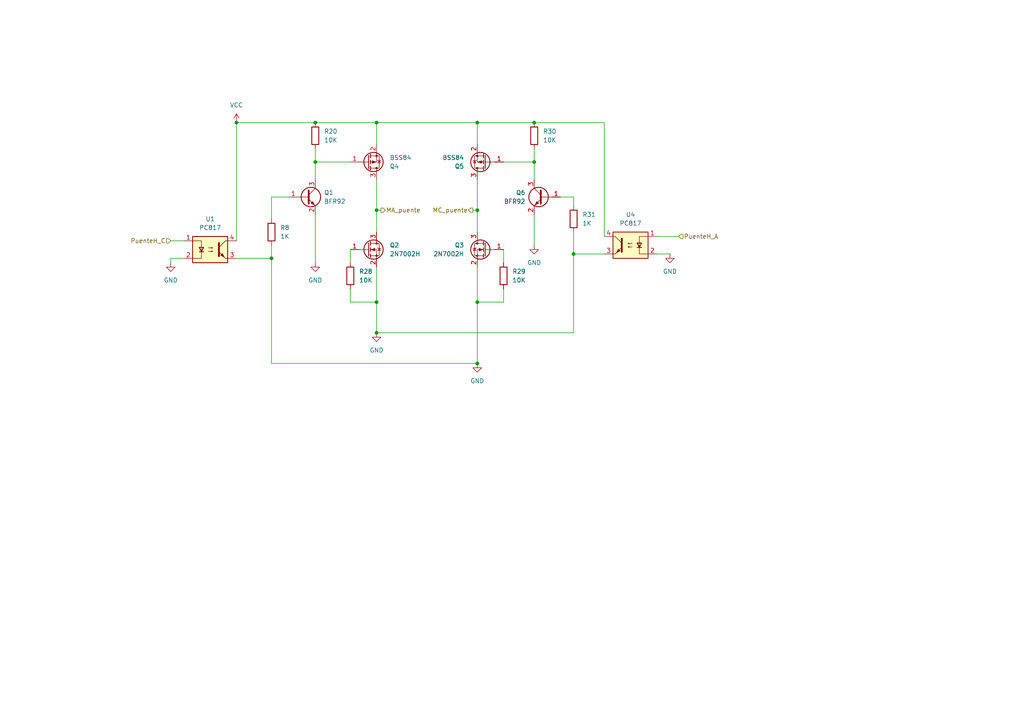
<source format=kicad_sch>
(kicad_sch
	(version 20250114)
	(generator "eeschema")
	(generator_version "9.0")
	(uuid "f60f8e2e-10b7-47d8-add0-f26129faff34")
	(paper "A4")
	(lib_symbols
		(symbol "Device:R"
			(pin_numbers
				(hide yes)
			)
			(pin_names
				(offset 0)
			)
			(exclude_from_sim no)
			(in_bom yes)
			(on_board yes)
			(property "Reference" "R"
				(at 2.032 0 90)
				(effects
					(font
						(size 1.27 1.27)
					)
				)
			)
			(property "Value" "R"
				(at 0 0 90)
				(effects
					(font
						(size 1.27 1.27)
					)
				)
			)
			(property "Footprint" ""
				(at -1.778 0 90)
				(effects
					(font
						(size 1.27 1.27)
					)
					(hide yes)
				)
			)
			(property "Datasheet" "~"
				(at 0 0 0)
				(effects
					(font
						(size 1.27 1.27)
					)
					(hide yes)
				)
			)
			(property "Description" "Resistor"
				(at 0 0 0)
				(effects
					(font
						(size 1.27 1.27)
					)
					(hide yes)
				)
			)
			(property "ki_keywords" "R res resistor"
				(at 0 0 0)
				(effects
					(font
						(size 1.27 1.27)
					)
					(hide yes)
				)
			)
			(property "ki_fp_filters" "R_*"
				(at 0 0 0)
				(effects
					(font
						(size 1.27 1.27)
					)
					(hide yes)
				)
			)
			(symbol "R_0_1"
				(rectangle
					(start -1.016 -2.54)
					(end 1.016 2.54)
					(stroke
						(width 0.254)
						(type default)
					)
					(fill
						(type none)
					)
				)
			)
			(symbol "R_1_1"
				(pin passive line
					(at 0 3.81 270)
					(length 1.27)
					(name "~"
						(effects
							(font
								(size 1.27 1.27)
							)
						)
					)
					(number "1"
						(effects
							(font
								(size 1.27 1.27)
							)
						)
					)
				)
				(pin passive line
					(at 0 -3.81 90)
					(length 1.27)
					(name "~"
						(effects
							(font
								(size 1.27 1.27)
							)
						)
					)
					(number "2"
						(effects
							(font
								(size 1.27 1.27)
							)
						)
					)
				)
			)
			(embedded_fonts no)
		)
		(symbol "Isolator:PC817"
			(pin_names
				(offset 1.016)
			)
			(exclude_from_sim no)
			(in_bom yes)
			(on_board yes)
			(property "Reference" "U"
				(at -5.08 5.08 0)
				(effects
					(font
						(size 1.27 1.27)
					)
					(justify left)
				)
			)
			(property "Value" "PC817"
				(at 0 5.08 0)
				(effects
					(font
						(size 1.27 1.27)
					)
					(justify left)
				)
			)
			(property "Footprint" "Package_DIP:DIP-4_W7.62mm"
				(at -5.08 -5.08 0)
				(effects
					(font
						(size 1.27 1.27)
						(italic yes)
					)
					(justify left)
					(hide yes)
				)
			)
			(property "Datasheet" "http://www.soselectronic.cz/a_info/resource/d/pc817.pdf"
				(at 0 0 0)
				(effects
					(font
						(size 1.27 1.27)
					)
					(justify left)
					(hide yes)
				)
			)
			(property "Description" "DC Optocoupler, Vce 35V, CTR 50-300%, DIP-4"
				(at 0 0 0)
				(effects
					(font
						(size 1.27 1.27)
					)
					(hide yes)
				)
			)
			(property "ki_keywords" "NPN DC Optocoupler"
				(at 0 0 0)
				(effects
					(font
						(size 1.27 1.27)
					)
					(hide yes)
				)
			)
			(property "ki_fp_filters" "DIP*W7.62mm*"
				(at 0 0 0)
				(effects
					(font
						(size 1.27 1.27)
					)
					(hide yes)
				)
			)
			(symbol "PC817_0_1"
				(rectangle
					(start -5.08 3.81)
					(end 5.08 -3.81)
					(stroke
						(width 0.254)
						(type default)
					)
					(fill
						(type background)
					)
				)
				(polyline
					(pts
						(xy -5.08 2.54) (xy -2.54 2.54) (xy -2.54 -0.635)
					)
					(stroke
						(width 0)
						(type default)
					)
					(fill
						(type none)
					)
				)
				(polyline
					(pts
						(xy -3.175 -0.635) (xy -1.905 -0.635)
					)
					(stroke
						(width 0.254)
						(type default)
					)
					(fill
						(type none)
					)
				)
				(polyline
					(pts
						(xy -2.54 -0.635) (xy -2.54 -2.54) (xy -5.08 -2.54)
					)
					(stroke
						(width 0)
						(type default)
					)
					(fill
						(type none)
					)
				)
				(polyline
					(pts
						(xy -2.54 -0.635) (xy -3.175 0.635) (xy -1.905 0.635) (xy -2.54 -0.635)
					)
					(stroke
						(width 0.254)
						(type default)
					)
					(fill
						(type none)
					)
				)
				(polyline
					(pts
						(xy -0.508 0.508) (xy 0.762 0.508) (xy 0.381 0.381) (xy 0.381 0.635) (xy 0.762 0.508)
					)
					(stroke
						(width 0)
						(type default)
					)
					(fill
						(type none)
					)
				)
				(polyline
					(pts
						(xy -0.508 -0.508) (xy 0.762 -0.508) (xy 0.381 -0.635) (xy 0.381 -0.381) (xy 0.762 -0.508)
					)
					(stroke
						(width 0)
						(type default)
					)
					(fill
						(type none)
					)
				)
				(polyline
					(pts
						(xy 2.54 1.905) (xy 2.54 -1.905) (xy 2.54 -1.905)
					)
					(stroke
						(width 0.508)
						(type default)
					)
					(fill
						(type none)
					)
				)
				(polyline
					(pts
						(xy 2.54 0.635) (xy 4.445 2.54)
					)
					(stroke
						(width 0)
						(type default)
					)
					(fill
						(type none)
					)
				)
				(polyline
					(pts
						(xy 3.048 -1.651) (xy 3.556 -1.143) (xy 4.064 -2.159) (xy 3.048 -1.651) (xy 3.048 -1.651)
					)
					(stroke
						(width 0)
						(type default)
					)
					(fill
						(type outline)
					)
				)
				(polyline
					(pts
						(xy 4.445 2.54) (xy 5.08 2.54)
					)
					(stroke
						(width 0)
						(type default)
					)
					(fill
						(type none)
					)
				)
				(polyline
					(pts
						(xy 4.445 -2.54) (xy 2.54 -0.635)
					)
					(stroke
						(width 0)
						(type default)
					)
					(fill
						(type outline)
					)
				)
				(polyline
					(pts
						(xy 4.445 -2.54) (xy 5.08 -2.54)
					)
					(stroke
						(width 0)
						(type default)
					)
					(fill
						(type none)
					)
				)
			)
			(symbol "PC817_1_1"
				(pin passive line
					(at -7.62 2.54 0)
					(length 2.54)
					(name "~"
						(effects
							(font
								(size 1.27 1.27)
							)
						)
					)
					(number "1"
						(effects
							(font
								(size 1.27 1.27)
							)
						)
					)
				)
				(pin passive line
					(at -7.62 -2.54 0)
					(length 2.54)
					(name "~"
						(effects
							(font
								(size 1.27 1.27)
							)
						)
					)
					(number "2"
						(effects
							(font
								(size 1.27 1.27)
							)
						)
					)
				)
				(pin passive line
					(at 7.62 2.54 180)
					(length 2.54)
					(name "~"
						(effects
							(font
								(size 1.27 1.27)
							)
						)
					)
					(number "4"
						(effects
							(font
								(size 1.27 1.27)
							)
						)
					)
				)
				(pin passive line
					(at 7.62 -2.54 180)
					(length 2.54)
					(name "~"
						(effects
							(font
								(size 1.27 1.27)
							)
						)
					)
					(number "3"
						(effects
							(font
								(size 1.27 1.27)
							)
						)
					)
				)
			)
			(embedded_fonts no)
		)
		(symbol "Transistor_BJT:BFR92"
			(pin_names
				(offset 0)
				(hide yes)
			)
			(exclude_from_sim no)
			(in_bom yes)
			(on_board yes)
			(property "Reference" "Q"
				(at 5.08 1.905 0)
				(effects
					(font
						(size 1.27 1.27)
					)
					(justify left)
				)
			)
			(property "Value" "BFR92"
				(at 5.08 0 0)
				(effects
					(font
						(size 1.27 1.27)
					)
					(justify left)
				)
			)
			(property "Footprint" "Package_TO_SOT_SMD:SOT-323_SC-70"
				(at 5.08 -1.905 0)
				(effects
					(font
						(size 1.27 1.27)
						(italic yes)
					)
					(justify left)
					(hide yes)
				)
			)
			(property "Datasheet" "https://assets.nexperia.com/documents/data-sheet/BFR92A_N.pdf"
				(at 0 0 0)
				(effects
					(font
						(size 1.27 1.27)
					)
					(justify left)
					(hide yes)
				)
			)
			(property "Description" "0.025A Ic, 15V Vce, 5GHz Wideband NPN Transistor, SOT-323"
				(at 0 0 0)
				(effects
					(font
						(size 1.27 1.27)
					)
					(hide yes)
				)
			)
			(property "ki_keywords" "RF 5GHz NPN Transistor"
				(at 0 0 0)
				(effects
					(font
						(size 1.27 1.27)
					)
					(hide yes)
				)
			)
			(property "ki_fp_filters" "SOT?323*"
				(at 0 0 0)
				(effects
					(font
						(size 1.27 1.27)
					)
					(hide yes)
				)
			)
			(symbol "BFR92_0_1"
				(polyline
					(pts
						(xy -2.54 0) (xy 0.635 0)
					)
					(stroke
						(width 0)
						(type default)
					)
					(fill
						(type none)
					)
				)
				(polyline
					(pts
						(xy 0.635 1.905) (xy 0.635 -1.905)
					)
					(stroke
						(width 0.508)
						(type default)
					)
					(fill
						(type none)
					)
				)
				(circle
					(center 1.27 0)
					(radius 2.8194)
					(stroke
						(width 0.254)
						(type default)
					)
					(fill
						(type none)
					)
				)
			)
			(symbol "BFR92_1_1"
				(polyline
					(pts
						(xy 0.635 0.635) (xy 2.54 2.54)
					)
					(stroke
						(width 0)
						(type default)
					)
					(fill
						(type none)
					)
				)
				(polyline
					(pts
						(xy 0.635 -0.635) (xy 2.54 -2.54)
					)
					(stroke
						(width 0)
						(type default)
					)
					(fill
						(type none)
					)
				)
				(polyline
					(pts
						(xy 1.27 -1.778) (xy 1.778 -1.27) (xy 2.286 -2.286) (xy 1.27 -1.778)
					)
					(stroke
						(width 0)
						(type default)
					)
					(fill
						(type outline)
					)
				)
				(pin input line
					(at -5.08 0 0)
					(length 2.54)
					(name "B"
						(effects
							(font
								(size 1.27 1.27)
							)
						)
					)
					(number "1"
						(effects
							(font
								(size 1.27 1.27)
							)
						)
					)
				)
				(pin passive line
					(at 2.54 5.08 270)
					(length 2.54)
					(name "C"
						(effects
							(font
								(size 1.27 1.27)
							)
						)
					)
					(number "3"
						(effects
							(font
								(size 1.27 1.27)
							)
						)
					)
				)
				(pin passive line
					(at 2.54 -5.08 90)
					(length 2.54)
					(name "E"
						(effects
							(font
								(size 1.27 1.27)
							)
						)
					)
					(number "2"
						(effects
							(font
								(size 1.27 1.27)
							)
						)
					)
				)
			)
			(embedded_fonts no)
		)
		(symbol "Transistor_FET:2N7002H"
			(pin_names
				(hide yes)
			)
			(exclude_from_sim no)
			(in_bom yes)
			(on_board yes)
			(property "Reference" "Q"
				(at 5.08 1.905 0)
				(effects
					(font
						(size 1.27 1.27)
					)
					(justify left)
				)
			)
			(property "Value" "2N7002H"
				(at 5.08 0 0)
				(effects
					(font
						(size 1.27 1.27)
					)
					(justify left)
				)
			)
			(property "Footprint" "Package_TO_SOT_SMD:SOT-23"
				(at 5.08 -1.905 0)
				(effects
					(font
						(size 1.27 1.27)
						(italic yes)
					)
					(justify left)
					(hide yes)
				)
			)
			(property "Datasheet" "http://www.diodes.com/assets/Datasheets/2N7002H.pdf"
				(at 5.08 -3.81 0)
				(effects
					(font
						(size 1.27 1.27)
					)
					(justify left)
					(hide yes)
				)
			)
			(property "Description" "0.21A Id, 60V Vds, N-Channel MOSFET, SOT-23"
				(at 0 0 0)
				(effects
					(font
						(size 1.27 1.27)
					)
					(hide yes)
				)
			)
			(property "ki_keywords" "N-Channel MOSFET"
				(at 0 0 0)
				(effects
					(font
						(size 1.27 1.27)
					)
					(hide yes)
				)
			)
			(property "ki_fp_filters" "SOT?23*"
				(at 0 0 0)
				(effects
					(font
						(size 1.27 1.27)
					)
					(hide yes)
				)
			)
			(symbol "2N7002H_0_1"
				(polyline
					(pts
						(xy 0.254 1.905) (xy 0.254 -1.905)
					)
					(stroke
						(width 0.254)
						(type default)
					)
					(fill
						(type none)
					)
				)
				(polyline
					(pts
						(xy 0.254 0) (xy -2.54 0)
					)
					(stroke
						(width 0)
						(type default)
					)
					(fill
						(type none)
					)
				)
				(polyline
					(pts
						(xy 0.762 2.286) (xy 0.762 1.27)
					)
					(stroke
						(width 0.254)
						(type default)
					)
					(fill
						(type none)
					)
				)
				(polyline
					(pts
						(xy 0.762 0.508) (xy 0.762 -0.508)
					)
					(stroke
						(width 0.254)
						(type default)
					)
					(fill
						(type none)
					)
				)
				(polyline
					(pts
						(xy 0.762 -1.27) (xy 0.762 -2.286)
					)
					(stroke
						(width 0.254)
						(type default)
					)
					(fill
						(type none)
					)
				)
				(polyline
					(pts
						(xy 0.762 -1.778) (xy 3.302 -1.778) (xy 3.302 1.778) (xy 0.762 1.778)
					)
					(stroke
						(width 0)
						(type default)
					)
					(fill
						(type none)
					)
				)
				(polyline
					(pts
						(xy 1.016 0) (xy 2.032 0.381) (xy 2.032 -0.381) (xy 1.016 0)
					)
					(stroke
						(width 0)
						(type default)
					)
					(fill
						(type outline)
					)
				)
				(circle
					(center 1.651 0)
					(radius 2.794)
					(stroke
						(width 0.254)
						(type default)
					)
					(fill
						(type none)
					)
				)
				(polyline
					(pts
						(xy 2.54 2.54) (xy 2.54 1.778)
					)
					(stroke
						(width 0)
						(type default)
					)
					(fill
						(type none)
					)
				)
				(circle
					(center 2.54 1.778)
					(radius 0.254)
					(stroke
						(width 0)
						(type default)
					)
					(fill
						(type outline)
					)
				)
				(circle
					(center 2.54 -1.778)
					(radius 0.254)
					(stroke
						(width 0)
						(type default)
					)
					(fill
						(type outline)
					)
				)
				(polyline
					(pts
						(xy 2.54 -2.54) (xy 2.54 0) (xy 0.762 0)
					)
					(stroke
						(width 0)
						(type default)
					)
					(fill
						(type none)
					)
				)
				(polyline
					(pts
						(xy 2.794 0.508) (xy 2.921 0.381) (xy 3.683 0.381) (xy 3.81 0.254)
					)
					(stroke
						(width 0)
						(type default)
					)
					(fill
						(type none)
					)
				)
				(polyline
					(pts
						(xy 3.302 0.381) (xy 2.921 -0.254) (xy 3.683 -0.254) (xy 3.302 0.381)
					)
					(stroke
						(width 0)
						(type default)
					)
					(fill
						(type none)
					)
				)
			)
			(symbol "2N7002H_1_1"
				(pin input line
					(at -5.08 0 0)
					(length 2.54)
					(name "G"
						(effects
							(font
								(size 1.27 1.27)
							)
						)
					)
					(number "1"
						(effects
							(font
								(size 1.27 1.27)
							)
						)
					)
				)
				(pin passive line
					(at 2.54 5.08 270)
					(length 2.54)
					(name "D"
						(effects
							(font
								(size 1.27 1.27)
							)
						)
					)
					(number "3"
						(effects
							(font
								(size 1.27 1.27)
							)
						)
					)
				)
				(pin passive line
					(at 2.54 -5.08 90)
					(length 2.54)
					(name "S"
						(effects
							(font
								(size 1.27 1.27)
							)
						)
					)
					(number "2"
						(effects
							(font
								(size 1.27 1.27)
							)
						)
					)
				)
			)
			(embedded_fonts no)
		)
		(symbol "Transistor_FET:BSS84"
			(pin_names
				(hide yes)
			)
			(exclude_from_sim no)
			(in_bom yes)
			(on_board yes)
			(property "Reference" "Q"
				(at 5.08 1.905 0)
				(effects
					(font
						(size 1.27 1.27)
					)
					(justify left)
				)
			)
			(property "Value" "BSS84"
				(at 5.08 0 0)
				(effects
					(font
						(size 1.27 1.27)
					)
					(justify left)
				)
			)
			(property "Footprint" "Package_TO_SOT_SMD:SOT-23"
				(at 5.08 -1.905 0)
				(effects
					(font
						(size 1.27 1.27)
						(italic yes)
					)
					(justify left)
					(hide yes)
				)
			)
			(property "Datasheet" "http://assets.nexperia.com/documents/data-sheet/BSS84.pdf"
				(at 5.08 -3.81 0)
				(effects
					(font
						(size 1.27 1.27)
					)
					(justify left)
					(hide yes)
				)
			)
			(property "Description" "-0.13A Id, -50V Vds, P-Channel MOSFET, SOT-23"
				(at 0 0 0)
				(effects
					(font
						(size 1.27 1.27)
					)
					(hide yes)
				)
			)
			(property "ki_keywords" "P-Channel MOSFET"
				(at 0 0 0)
				(effects
					(font
						(size 1.27 1.27)
					)
					(hide yes)
				)
			)
			(property "ki_fp_filters" "SOT?23*"
				(at 0 0 0)
				(effects
					(font
						(size 1.27 1.27)
					)
					(hide yes)
				)
			)
			(symbol "BSS84_0_1"
				(polyline
					(pts
						(xy 0.254 1.905) (xy 0.254 -1.905)
					)
					(stroke
						(width 0.254)
						(type default)
					)
					(fill
						(type none)
					)
				)
				(polyline
					(pts
						(xy 0.254 0) (xy -2.54 0)
					)
					(stroke
						(width 0)
						(type default)
					)
					(fill
						(type none)
					)
				)
				(polyline
					(pts
						(xy 0.762 2.286) (xy 0.762 1.27)
					)
					(stroke
						(width 0.254)
						(type default)
					)
					(fill
						(type none)
					)
				)
				(polyline
					(pts
						(xy 0.762 1.778) (xy 3.302 1.778) (xy 3.302 -1.778) (xy 0.762 -1.778)
					)
					(stroke
						(width 0)
						(type default)
					)
					(fill
						(type none)
					)
				)
				(polyline
					(pts
						(xy 0.762 0.508) (xy 0.762 -0.508)
					)
					(stroke
						(width 0.254)
						(type default)
					)
					(fill
						(type none)
					)
				)
				(polyline
					(pts
						(xy 0.762 -1.27) (xy 0.762 -2.286)
					)
					(stroke
						(width 0.254)
						(type default)
					)
					(fill
						(type none)
					)
				)
				(circle
					(center 1.651 0)
					(radius 2.794)
					(stroke
						(width 0.254)
						(type default)
					)
					(fill
						(type none)
					)
				)
				(polyline
					(pts
						(xy 2.286 0) (xy 1.27 0.381) (xy 1.27 -0.381) (xy 2.286 0)
					)
					(stroke
						(width 0)
						(type default)
					)
					(fill
						(type outline)
					)
				)
				(polyline
					(pts
						(xy 2.54 2.54) (xy 2.54 1.778)
					)
					(stroke
						(width 0)
						(type default)
					)
					(fill
						(type none)
					)
				)
				(circle
					(center 2.54 1.778)
					(radius 0.254)
					(stroke
						(width 0)
						(type default)
					)
					(fill
						(type outline)
					)
				)
				(circle
					(center 2.54 -1.778)
					(radius 0.254)
					(stroke
						(width 0)
						(type default)
					)
					(fill
						(type outline)
					)
				)
				(polyline
					(pts
						(xy 2.54 -2.54) (xy 2.54 0) (xy 0.762 0)
					)
					(stroke
						(width 0)
						(type default)
					)
					(fill
						(type none)
					)
				)
				(polyline
					(pts
						(xy 2.794 -0.508) (xy 2.921 -0.381) (xy 3.683 -0.381) (xy 3.81 -0.254)
					)
					(stroke
						(width 0)
						(type default)
					)
					(fill
						(type none)
					)
				)
				(polyline
					(pts
						(xy 3.302 -0.381) (xy 2.921 0.254) (xy 3.683 0.254) (xy 3.302 -0.381)
					)
					(stroke
						(width 0)
						(type default)
					)
					(fill
						(type none)
					)
				)
			)
			(symbol "BSS84_1_1"
				(pin input line
					(at -5.08 0 0)
					(length 2.54)
					(name "G"
						(effects
							(font
								(size 1.27 1.27)
							)
						)
					)
					(number "1"
						(effects
							(font
								(size 1.27 1.27)
							)
						)
					)
				)
				(pin passive line
					(at 2.54 5.08 270)
					(length 2.54)
					(name "D"
						(effects
							(font
								(size 1.27 1.27)
							)
						)
					)
					(number "3"
						(effects
							(font
								(size 1.27 1.27)
							)
						)
					)
				)
				(pin passive line
					(at 2.54 -5.08 90)
					(length 2.54)
					(name "S"
						(effects
							(font
								(size 1.27 1.27)
							)
						)
					)
					(number "2"
						(effects
							(font
								(size 1.27 1.27)
							)
						)
					)
				)
			)
			(embedded_fonts no)
		)
		(symbol "power:GND"
			(power)
			(pin_numbers
				(hide yes)
			)
			(pin_names
				(offset 0)
				(hide yes)
			)
			(exclude_from_sim no)
			(in_bom yes)
			(on_board yes)
			(property "Reference" "#PWR"
				(at 0 -6.35 0)
				(effects
					(font
						(size 1.27 1.27)
					)
					(hide yes)
				)
			)
			(property "Value" "GND"
				(at 0 -3.81 0)
				(effects
					(font
						(size 1.27 1.27)
					)
				)
			)
			(property "Footprint" ""
				(at 0 0 0)
				(effects
					(font
						(size 1.27 1.27)
					)
					(hide yes)
				)
			)
			(property "Datasheet" ""
				(at 0 0 0)
				(effects
					(font
						(size 1.27 1.27)
					)
					(hide yes)
				)
			)
			(property "Description" "Power symbol creates a global label with name \"GND\" , ground"
				(at 0 0 0)
				(effects
					(font
						(size 1.27 1.27)
					)
					(hide yes)
				)
			)
			(property "ki_keywords" "global power"
				(at 0 0 0)
				(effects
					(font
						(size 1.27 1.27)
					)
					(hide yes)
				)
			)
			(symbol "GND_0_1"
				(polyline
					(pts
						(xy 0 0) (xy 0 -1.27) (xy 1.27 -1.27) (xy 0 -2.54) (xy -1.27 -1.27) (xy 0 -1.27)
					)
					(stroke
						(width 0)
						(type default)
					)
					(fill
						(type none)
					)
				)
			)
			(symbol "GND_1_1"
				(pin power_in line
					(at 0 0 270)
					(length 0)
					(name "~"
						(effects
							(font
								(size 1.27 1.27)
							)
						)
					)
					(number "1"
						(effects
							(font
								(size 1.27 1.27)
							)
						)
					)
				)
			)
			(embedded_fonts no)
		)
		(symbol "power:VCC"
			(power)
			(pin_numbers
				(hide yes)
			)
			(pin_names
				(offset 0)
				(hide yes)
			)
			(exclude_from_sim no)
			(in_bom yes)
			(on_board yes)
			(property "Reference" "#PWR"
				(at 0 -3.81 0)
				(effects
					(font
						(size 1.27 1.27)
					)
					(hide yes)
				)
			)
			(property "Value" "VCC"
				(at 0 3.556 0)
				(effects
					(font
						(size 1.27 1.27)
					)
				)
			)
			(property "Footprint" ""
				(at 0 0 0)
				(effects
					(font
						(size 1.27 1.27)
					)
					(hide yes)
				)
			)
			(property "Datasheet" ""
				(at 0 0 0)
				(effects
					(font
						(size 1.27 1.27)
					)
					(hide yes)
				)
			)
			(property "Description" "Power symbol creates a global label with name \"VCC\""
				(at 0 0 0)
				(effects
					(font
						(size 1.27 1.27)
					)
					(hide yes)
				)
			)
			(property "ki_keywords" "global power"
				(at 0 0 0)
				(effects
					(font
						(size 1.27 1.27)
					)
					(hide yes)
				)
			)
			(symbol "VCC_0_1"
				(polyline
					(pts
						(xy -0.762 1.27) (xy 0 2.54)
					)
					(stroke
						(width 0)
						(type default)
					)
					(fill
						(type none)
					)
				)
				(polyline
					(pts
						(xy 0 2.54) (xy 0.762 1.27)
					)
					(stroke
						(width 0)
						(type default)
					)
					(fill
						(type none)
					)
				)
				(polyline
					(pts
						(xy 0 0) (xy 0 2.54)
					)
					(stroke
						(width 0)
						(type default)
					)
					(fill
						(type none)
					)
				)
			)
			(symbol "VCC_1_1"
				(pin power_in line
					(at 0 0 90)
					(length 0)
					(name "~"
						(effects
							(font
								(size 1.27 1.27)
							)
						)
					)
					(number "1"
						(effects
							(font
								(size 1.27 1.27)
							)
						)
					)
				)
			)
			(embedded_fonts no)
		)
	)
	(junction
		(at 138.43 35.56)
		(diameter 0)
		(color 0 0 0 0)
		(uuid "0b29df11-a702-4685-a121-99ff257c1ae0")
	)
	(junction
		(at 109.22 35.56)
		(diameter 0)
		(color 0 0 0 0)
		(uuid "14bd32dd-e04c-49da-917e-c07b5263714e")
	)
	(junction
		(at 166.37 73.66)
		(diameter 0)
		(color 0 0 0 0)
		(uuid "1792eb2e-fc09-4eea-9704-c17aad381213")
	)
	(junction
		(at 154.94 46.99)
		(diameter 0)
		(color 0 0 0 0)
		(uuid "19a405b0-eb83-480f-8a61-b3db1c397118")
	)
	(junction
		(at 138.43 105.41)
		(diameter 0)
		(color 0 0 0 0)
		(uuid "2b641943-b5a1-47a3-bf3a-8ef33441d40e")
	)
	(junction
		(at 91.44 35.56)
		(diameter 0)
		(color 0 0 0 0)
		(uuid "2d0ee4e5-457b-45f8-93c6-2d4ed384ede6")
	)
	(junction
		(at 91.44 46.99)
		(diameter 0)
		(color 0 0 0 0)
		(uuid "310ff370-1cc9-4046-93bc-192b7c6d9803")
	)
	(junction
		(at 138.43 87.63)
		(diameter 0)
		(color 0 0 0 0)
		(uuid "451822fc-7fe4-4e64-b5bb-3cddd1a40857")
	)
	(junction
		(at 138.43 60.96)
		(diameter 0)
		(color 0 0 0 0)
		(uuid "47c00ca6-90ef-4082-893a-d9df82e360c7")
	)
	(junction
		(at 68.58 35.56)
		(diameter 0)
		(color 0 0 0 0)
		(uuid "6ccdefb4-8723-43dd-9291-9f663bc8757f")
	)
	(junction
		(at 109.22 96.52)
		(diameter 0)
		(color 0 0 0 0)
		(uuid "9bd12e30-a0dc-4078-8db4-f609e939b27a")
	)
	(junction
		(at 154.94 35.56)
		(diameter 0)
		(color 0 0 0 0)
		(uuid "ba1487b4-8291-404c-abf7-e8b0c00025f5")
	)
	(junction
		(at 109.22 87.63)
		(diameter 0)
		(color 0 0 0 0)
		(uuid "bc73bd7c-780e-4db7-b5ac-b01fbe60de66")
	)
	(junction
		(at 78.74 74.93)
		(diameter 0)
		(color 0 0 0 0)
		(uuid "e6f61f61-054c-4aad-9f52-4b906202603e")
	)
	(junction
		(at 109.22 60.96)
		(diameter 0)
		(color 0 0 0 0)
		(uuid "f5e277b1-8e0f-442d-a529-a647ddaaceac")
	)
	(wire
		(pts
			(xy 166.37 73.66) (xy 166.37 67.31)
		)
		(stroke
			(width 0)
			(type default)
		)
		(uuid "032b2c59-7f73-43ac-a0fc-4c878c29bf5c")
	)
	(wire
		(pts
			(xy 138.43 41.91) (xy 138.43 35.56)
		)
		(stroke
			(width 0)
			(type default)
		)
		(uuid "12111463-cb45-4ec1-8f50-ff7e7517662e")
	)
	(wire
		(pts
			(xy 175.26 68.58) (xy 175.26 35.56)
		)
		(stroke
			(width 0)
			(type default)
		)
		(uuid "148f2cfb-c1a2-4ec6-aab7-d9094fca3d11")
	)
	(wire
		(pts
			(xy 154.94 43.18) (xy 154.94 46.99)
		)
		(stroke
			(width 0)
			(type default)
		)
		(uuid "16d2760d-5fd2-490f-b106-85ed47fc408d")
	)
	(wire
		(pts
			(xy 109.22 96.52) (xy 166.37 96.52)
		)
		(stroke
			(width 0)
			(type default)
		)
		(uuid "17215bec-10f3-411d-b94b-8e916f05cf6f")
	)
	(wire
		(pts
			(xy 138.43 52.07) (xy 138.43 60.96)
		)
		(stroke
			(width 0)
			(type default)
		)
		(uuid "1a2c8bd7-6e76-488b-97a2-ee58df7b1b5d")
	)
	(wire
		(pts
			(xy 138.43 87.63) (xy 138.43 105.41)
		)
		(stroke
			(width 0)
			(type default)
		)
		(uuid "21d6d82f-0732-4df2-ae12-d45335b9b661")
	)
	(wire
		(pts
			(xy 109.22 35.56) (xy 138.43 35.56)
		)
		(stroke
			(width 0)
			(type default)
		)
		(uuid "25c0ae4d-b003-4426-9599-4239c2c7f838")
	)
	(wire
		(pts
			(xy 146.05 87.63) (xy 138.43 87.63)
		)
		(stroke
			(width 0)
			(type default)
		)
		(uuid "2abd89d7-9036-4cef-8a5c-b6e927663959")
	)
	(wire
		(pts
			(xy 138.43 105.41) (xy 78.74 105.41)
		)
		(stroke
			(width 0)
			(type default)
		)
		(uuid "2e0dfb60-d3d2-4fb6-8ef6-e919d2fe5b5d")
	)
	(wire
		(pts
			(xy 146.05 76.2) (xy 146.05 72.39)
		)
		(stroke
			(width 0)
			(type default)
		)
		(uuid "2f5cd1fb-988b-473a-8f1e-445b36945b14")
	)
	(wire
		(pts
			(xy 53.34 74.93) (xy 49.53 74.93)
		)
		(stroke
			(width 0)
			(type default)
		)
		(uuid "35e300bd-235c-4187-b01a-27ec68a613ff")
	)
	(wire
		(pts
			(xy 109.22 35.56) (xy 91.44 35.56)
		)
		(stroke
			(width 0)
			(type default)
		)
		(uuid "3a93848e-37ed-43e8-81a9-831d7e87eeaa")
	)
	(wire
		(pts
			(xy 101.6 76.2) (xy 101.6 72.39)
		)
		(stroke
			(width 0)
			(type default)
		)
		(uuid "3c8a8c6c-4ff7-413c-a762-149cecd4b028")
	)
	(wire
		(pts
			(xy 166.37 59.69) (xy 166.37 57.15)
		)
		(stroke
			(width 0)
			(type default)
		)
		(uuid "4567a41a-c6f6-4533-a232-05498b277358")
	)
	(wire
		(pts
			(xy 166.37 96.52) (xy 166.37 73.66)
		)
		(stroke
			(width 0)
			(type default)
		)
		(uuid "46cb783d-1b87-4522-9d55-750e43a34d44")
	)
	(wire
		(pts
			(xy 78.74 71.12) (xy 78.74 74.93)
		)
		(stroke
			(width 0)
			(type default)
		)
		(uuid "496a9eb8-23e2-4ca4-9fc7-ab2d284c8add")
	)
	(wire
		(pts
			(xy 78.74 105.41) (xy 78.74 74.93)
		)
		(stroke
			(width 0)
			(type default)
		)
		(uuid "4d19b9fd-48b2-41fa-8bc2-c7d35372d65c")
	)
	(wire
		(pts
			(xy 91.44 62.23) (xy 91.44 76.2)
		)
		(stroke
			(width 0)
			(type default)
		)
		(uuid "53a713c5-f821-43ed-b7ce-94b8d731c74b")
	)
	(wire
		(pts
			(xy 68.58 35.56) (xy 91.44 35.56)
		)
		(stroke
			(width 0)
			(type default)
		)
		(uuid "540a749a-67c9-4ba5-aa4d-2606927f2dbe")
	)
	(wire
		(pts
			(xy 146.05 83.82) (xy 146.05 87.63)
		)
		(stroke
			(width 0)
			(type default)
		)
		(uuid "5e5df8b5-93aa-44d2-9e22-07e59700e035")
	)
	(wire
		(pts
			(xy 175.26 35.56) (xy 154.94 35.56)
		)
		(stroke
			(width 0)
			(type default)
		)
		(uuid "62b12467-ec30-4da2-853c-7db99d1ca86c")
	)
	(wire
		(pts
			(xy 68.58 69.85) (xy 68.58 35.56)
		)
		(stroke
			(width 0)
			(type default)
		)
		(uuid "68fdedf7-0bad-47c9-9217-e4eb267c00de")
	)
	(wire
		(pts
			(xy 137.16 60.96) (xy 138.43 60.96)
		)
		(stroke
			(width 0)
			(type default)
		)
		(uuid "6943c3e0-4631-4b4e-bb35-11e081208b7c")
	)
	(wire
		(pts
			(xy 138.43 60.96) (xy 138.43 67.31)
		)
		(stroke
			(width 0)
			(type default)
		)
		(uuid "6efda70f-46c6-4872-9301-c9f2e2166875")
	)
	(wire
		(pts
			(xy 91.44 46.99) (xy 91.44 52.07)
		)
		(stroke
			(width 0)
			(type default)
		)
		(uuid "784b69a5-51a3-4168-ab6d-5294bfa292f3")
	)
	(wire
		(pts
			(xy 154.94 62.23) (xy 154.94 71.12)
		)
		(stroke
			(width 0)
			(type default)
		)
		(uuid "79ec3601-d360-4379-81d1-fcf60eff48f3")
	)
	(wire
		(pts
			(xy 91.44 43.18) (xy 91.44 46.99)
		)
		(stroke
			(width 0)
			(type default)
		)
		(uuid "7e9b74ea-ef53-4d82-8a88-07e5f1a77db5")
	)
	(wire
		(pts
			(xy 49.53 74.93) (xy 49.53 76.2)
		)
		(stroke
			(width 0)
			(type default)
		)
		(uuid "802a1205-e397-45cb-a55f-9a40984f6c50")
	)
	(wire
		(pts
			(xy 138.43 77.47) (xy 138.43 87.63)
		)
		(stroke
			(width 0)
			(type default)
		)
		(uuid "88defd30-8995-4f41-9e23-8f5a22a4daf7")
	)
	(wire
		(pts
			(xy 175.26 73.66) (xy 166.37 73.66)
		)
		(stroke
			(width 0)
			(type default)
		)
		(uuid "8c02956c-dab1-4190-af6a-072d10c9d914")
	)
	(wire
		(pts
			(xy 109.22 52.07) (xy 109.22 60.96)
		)
		(stroke
			(width 0)
			(type default)
		)
		(uuid "9e79bb98-c8be-4bc9-a980-083840e86e7b")
	)
	(wire
		(pts
			(xy 78.74 57.15) (xy 78.74 63.5)
		)
		(stroke
			(width 0)
			(type default)
		)
		(uuid "9f02d08e-6005-4208-a043-c538d09d6c92")
	)
	(wire
		(pts
			(xy 138.43 35.56) (xy 154.94 35.56)
		)
		(stroke
			(width 0)
			(type default)
		)
		(uuid "a6538753-11cc-43a7-a5f7-96949cbd2dac")
	)
	(wire
		(pts
			(xy 190.5 68.58) (xy 196.85 68.58)
		)
		(stroke
			(width 0)
			(type default)
		)
		(uuid "aa9beb7d-87e5-4057-a4fd-c9c8d9ef99a6")
	)
	(wire
		(pts
			(xy 101.6 46.99) (xy 91.44 46.99)
		)
		(stroke
			(width 0)
			(type default)
		)
		(uuid "ac0e84a2-7f4d-4baa-b8b0-aa0ad6e107c2")
	)
	(wire
		(pts
			(xy 109.22 41.91) (xy 109.22 35.56)
		)
		(stroke
			(width 0)
			(type default)
		)
		(uuid "aff7f44e-317d-48a2-8ef2-a273c5017b28")
	)
	(wire
		(pts
			(xy 109.22 77.47) (xy 109.22 87.63)
		)
		(stroke
			(width 0)
			(type default)
		)
		(uuid "b34264e9-6ec1-4ea9-91a8-b179b61f3a30")
	)
	(wire
		(pts
			(xy 101.6 87.63) (xy 109.22 87.63)
		)
		(stroke
			(width 0)
			(type default)
		)
		(uuid "bca61fd1-ba61-4813-8f63-88435dbe5f12")
	)
	(wire
		(pts
			(xy 190.5 73.66) (xy 194.31 73.66)
		)
		(stroke
			(width 0)
			(type default)
		)
		(uuid "c3925616-7016-4c0b-ae8e-44720e44ab78")
	)
	(wire
		(pts
			(xy 83.82 57.15) (xy 78.74 57.15)
		)
		(stroke
			(width 0)
			(type default)
		)
		(uuid "c91524c4-d83c-4949-8c59-48ce6243b465")
	)
	(wire
		(pts
			(xy 109.22 87.63) (xy 109.22 96.52)
		)
		(stroke
			(width 0)
			(type default)
		)
		(uuid "d0e03d6e-b77d-4a71-9305-a17ba0228e68")
	)
	(wire
		(pts
			(xy 154.94 46.99) (xy 146.05 46.99)
		)
		(stroke
			(width 0)
			(type default)
		)
		(uuid "d2b79a44-afed-45e0-8aa3-cd20f18b3ab3")
	)
	(wire
		(pts
			(xy 109.22 60.96) (xy 109.22 67.31)
		)
		(stroke
			(width 0)
			(type default)
		)
		(uuid "d7fa102a-2155-4514-afcc-f0b89b18d033")
	)
	(wire
		(pts
			(xy 154.94 46.99) (xy 154.94 52.07)
		)
		(stroke
			(width 0)
			(type default)
		)
		(uuid "e090b882-d48a-49c7-bd7c-f9d3a98b63c8")
	)
	(wire
		(pts
			(xy 109.22 60.96) (xy 110.49 60.96)
		)
		(stroke
			(width 0)
			(type default)
		)
		(uuid "e86f23e8-2e95-47ee-af43-d1ea0b97717b")
	)
	(wire
		(pts
			(xy 49.53 69.85) (xy 53.34 69.85)
		)
		(stroke
			(width 0)
			(type default)
		)
		(uuid "f4d434c0-8947-4eac-bbfd-854fbbd4094f")
	)
	(wire
		(pts
			(xy 101.6 83.82) (xy 101.6 87.63)
		)
		(stroke
			(width 0)
			(type default)
		)
		(uuid "f4ffb9b5-5254-41b8-aa1b-baf294afd5f5")
	)
	(wire
		(pts
			(xy 78.74 74.93) (xy 68.58 74.93)
		)
		(stroke
			(width 0)
			(type default)
		)
		(uuid "f528fd9d-b79d-447d-a162-e4fa0cc98cc1")
	)
	(wire
		(pts
			(xy 166.37 57.15) (xy 162.56 57.15)
		)
		(stroke
			(width 0)
			(type default)
		)
		(uuid "ffeee4f1-d98a-4df0-83eb-9730a8228aea")
	)
	(hierarchical_label "PuenteH_A"
		(shape input)
		(at 196.85 68.58 0)
		(effects
			(font
				(size 1.27 1.27)
			)
			(justify left)
		)
		(uuid "008f1e51-e4b1-460a-98c9-368fbc71f8a9")
	)
	(hierarchical_label "PuenteH_C"
		(shape input)
		(at 49.53 69.85 180)
		(effects
			(font
				(size 1.27 1.27)
			)
			(justify right)
		)
		(uuid "0c15a637-2f51-4f10-b24f-c10a9c143c71")
	)
	(hierarchical_label "MC_puente"
		(shape output)
		(at 137.16 60.96 180)
		(effects
			(font
				(size 1.27 1.27)
			)
			(justify right)
		)
		(uuid "5d0cf076-78b3-446c-9128-55c95cb1fd2b")
	)
	(hierarchical_label "MA_puente"
		(shape output)
		(at 110.49 60.96 0)
		(effects
			(font
				(size 1.27 1.27)
			)
			(justify left)
		)
		(uuid "a7fbd3d6-d150-41a7-a0d3-8c0b9ebf7845")
	)
	(symbol
		(lib_id "Transistor_FET:2N7002H")
		(at 140.97 72.39 0)
		(mirror y)
		(unit 1)
		(exclude_from_sim no)
		(in_bom yes)
		(on_board yes)
		(dnp no)
		(uuid "05af25b6-360b-4664-9a05-6807fc8d8055")
		(property "Reference" "Q3"
			(at 134.62 71.1199 0)
			(effects
				(font
					(size 1.27 1.27)
				)
				(justify left)
			)
		)
		(property "Value" "2N7002H"
			(at 134.62 73.6599 0)
			(effects
				(font
					(size 1.27 1.27)
				)
				(justify left)
			)
		)
		(property "Footprint" "Package_TO_SOT_SMD:SOT-23"
			(at 135.89 74.295 0)
			(effects
				(font
					(size 1.27 1.27)
					(italic yes)
				)
				(justify left)
				(hide yes)
			)
		)
		(property "Datasheet" "http://www.diodes.com/assets/Datasheets/2N7002H.pdf"
			(at 135.89 76.2 0)
			(effects
				(font
					(size 1.27 1.27)
				)
				(justify left)
				(hide yes)
			)
		)
		(property "Description" "0.21A Id, 60V Vds, N-Channel MOSFET, SOT-23"
			(at 140.97 72.39 0)
			(effects
				(font
					(size 1.27 1.27)
				)
				(hide yes)
			)
		)
		(pin "3"
			(uuid "6a81ca45-9447-4e8a-9ea2-d5f101118636")
		)
		(pin "1"
			(uuid "93c4f072-77c6-4016-9c49-1fe82dcb956a")
		)
		(pin "2"
			(uuid "99ee774d-9719-4aac-bc83-d9deadb9c24b")
		)
		(instances
			(project "Micro_puerta"
				(path "/1b977d99-1d22-4971-9e37-13f65a474bc7/be4a5a19-382f-465e-8ce7-b4d36dda7d2a/f37f3d81-c124-4514-96cc-c3f6281f6816"
					(reference "Q3")
					(unit 1)
				)
			)
		)
	)
	(symbol
		(lib_id "Transistor_BJT:BFR92")
		(at 157.48 57.15 0)
		(mirror y)
		(unit 1)
		(exclude_from_sim no)
		(in_bom yes)
		(on_board yes)
		(dnp no)
		(uuid "0bfac645-7cb5-474e-ac35-2b2524a820db")
		(property "Reference" "Q6"
			(at 152.4 55.8799 0)
			(effects
				(font
					(size 1.27 1.27)
				)
				(justify left)
			)
		)
		(property "Value" "BFR92"
			(at 152.4 58.4199 0)
			(effects
				(font
					(size 1.27 1.27)
				)
				(justify left)
			)
		)
		(property "Footprint" "Package_TO_SOT_SMD:SOT-323_SC-70"
			(at 152.4 59.055 0)
			(effects
				(font
					(size 1.27 1.27)
					(italic yes)
				)
				(justify left)
				(hide yes)
			)
		)
		(property "Datasheet" "https://assets.nexperia.com/documents/data-sheet/BFR92A_N.pdf"
			(at 157.48 57.15 0)
			(effects
				(font
					(size 1.27 1.27)
				)
				(justify left)
				(hide yes)
			)
		)
		(property "Description" "0.025A Ic, 15V Vce, 5GHz Wideband NPN Transistor, SOT-323"
			(at 157.48 57.15 0)
			(effects
				(font
					(size 1.27 1.27)
				)
				(hide yes)
			)
		)
		(pin "1"
			(uuid "2ccf26a2-55ef-41d2-bb1b-6c289c349de9")
		)
		(pin "2"
			(uuid "420bc29c-3c03-45c1-943e-36d25ec727b9")
		)
		(pin "3"
			(uuid "33c046fb-f257-4a85-ab9b-a76dae64683d")
		)
		(instances
			(project "Micro_puerta"
				(path "/1b977d99-1d22-4971-9e37-13f65a474bc7/be4a5a19-382f-465e-8ce7-b4d36dda7d2a/f37f3d81-c124-4514-96cc-c3f6281f6816"
					(reference "Q6")
					(unit 1)
				)
			)
		)
	)
	(symbol
		(lib_id "Device:R")
		(at 166.37 63.5 0)
		(unit 1)
		(exclude_from_sim no)
		(in_bom yes)
		(on_board yes)
		(dnp no)
		(fields_autoplaced yes)
		(uuid "10a8f412-648f-47c2-97b0-d89a1321024c")
		(property "Reference" "R31"
			(at 168.91 62.2299 0)
			(effects
				(font
					(size 1.27 1.27)
				)
				(justify left)
			)
		)
		(property "Value" "1K"
			(at 168.91 64.7699 0)
			(effects
				(font
					(size 1.27 1.27)
				)
				(justify left)
			)
		)
		(property "Footprint" "Resistor_SMD:R_0603_1608Metric"
			(at 164.592 63.5 90)
			(effects
				(font
					(size 1.27 1.27)
				)
				(hide yes)
			)
		)
		(property "Datasheet" "~"
			(at 166.37 63.5 0)
			(effects
				(font
					(size 1.27 1.27)
				)
				(hide yes)
			)
		)
		(property "Description" "Resistor"
			(at 166.37 63.5 0)
			(effects
				(font
					(size 1.27 1.27)
				)
				(hide yes)
			)
		)
		(pin "2"
			(uuid "a00a916f-14c7-4326-b3b5-e003c93f6bfe")
		)
		(pin "1"
			(uuid "0b217f08-69a2-46e2-bae4-65958b6da84d")
		)
		(instances
			(project "Micro_puerta"
				(path "/1b977d99-1d22-4971-9e37-13f65a474bc7/be4a5a19-382f-465e-8ce7-b4d36dda7d2a/f37f3d81-c124-4514-96cc-c3f6281f6816"
					(reference "R31")
					(unit 1)
				)
			)
		)
	)
	(symbol
		(lib_id "power:GND")
		(at 154.94 71.12 0)
		(unit 1)
		(exclude_from_sim no)
		(in_bom yes)
		(on_board yes)
		(dnp no)
		(fields_autoplaced yes)
		(uuid "29971bc6-1c44-4ba1-9985-75a0b9338730")
		(property "Reference" "#PWR045"
			(at 154.94 77.47 0)
			(effects
				(font
					(size 1.27 1.27)
				)
				(hide yes)
			)
		)
		(property "Value" "GND"
			(at 154.94 76.2 0)
			(effects
				(font
					(size 1.27 1.27)
				)
			)
		)
		(property "Footprint" ""
			(at 154.94 71.12 0)
			(effects
				(font
					(size 1.27 1.27)
				)
				(hide yes)
			)
		)
		(property "Datasheet" ""
			(at 154.94 71.12 0)
			(effects
				(font
					(size 1.27 1.27)
				)
				(hide yes)
			)
		)
		(property "Description" "Power symbol creates a global label with name \"GND\" , ground"
			(at 154.94 71.12 0)
			(effects
				(font
					(size 1.27 1.27)
				)
				(hide yes)
			)
		)
		(pin "1"
			(uuid "645a1be6-7a54-45b6-aa9f-db84d9c5dfc2")
		)
		(instances
			(project "Micro_puerta"
				(path "/1b977d99-1d22-4971-9e37-13f65a474bc7/be4a5a19-382f-465e-8ce7-b4d36dda7d2a/f37f3d81-c124-4514-96cc-c3f6281f6816"
					(reference "#PWR045")
					(unit 1)
				)
			)
		)
	)
	(symbol
		(lib_id "power:VCC")
		(at 68.58 35.56 0)
		(unit 1)
		(exclude_from_sim no)
		(in_bom yes)
		(on_board yes)
		(dnp no)
		(fields_autoplaced yes)
		(uuid "3e494e7b-a425-45af-a539-560dbf4f991b")
		(property "Reference" "#PWR026"
			(at 68.58 39.37 0)
			(effects
				(font
					(size 1.27 1.27)
				)
				(hide yes)
			)
		)
		(property "Value" "VCC"
			(at 68.58 30.48 0)
			(effects
				(font
					(size 1.27 1.27)
				)
			)
		)
		(property "Footprint" ""
			(at 68.58 35.56 0)
			(effects
				(font
					(size 1.27 1.27)
				)
				(hide yes)
			)
		)
		(property "Datasheet" ""
			(at 68.58 35.56 0)
			(effects
				(font
					(size 1.27 1.27)
				)
				(hide yes)
			)
		)
		(property "Description" "Power symbol creates a global label with name \"VCC\""
			(at 68.58 35.56 0)
			(effects
				(font
					(size 1.27 1.27)
				)
				(hide yes)
			)
		)
		(pin "1"
			(uuid "1f6e6cdf-90db-47c5-81fc-b909e354a16f")
		)
		(instances
			(project ""
				(path "/1b977d99-1d22-4971-9e37-13f65a474bc7/be4a5a19-382f-465e-8ce7-b4d36dda7d2a/f37f3d81-c124-4514-96cc-c3f6281f6816"
					(reference "#PWR026")
					(unit 1)
				)
			)
		)
	)
	(symbol
		(lib_id "power:GND")
		(at 49.53 76.2 0)
		(unit 1)
		(exclude_from_sim no)
		(in_bom yes)
		(on_board yes)
		(dnp no)
		(fields_autoplaced yes)
		(uuid "41dd4f27-8379-4fd2-97bb-4b7a4dac4149")
		(property "Reference" "#PWR018"
			(at 49.53 82.55 0)
			(effects
				(font
					(size 1.27 1.27)
				)
				(hide yes)
			)
		)
		(property "Value" "GND"
			(at 49.53 81.28 0)
			(effects
				(font
					(size 1.27 1.27)
				)
			)
		)
		(property "Footprint" ""
			(at 49.53 76.2 0)
			(effects
				(font
					(size 1.27 1.27)
				)
				(hide yes)
			)
		)
		(property "Datasheet" ""
			(at 49.53 76.2 0)
			(effects
				(font
					(size 1.27 1.27)
				)
				(hide yes)
			)
		)
		(property "Description" "Power symbol creates a global label with name \"GND\" , ground"
			(at 49.53 76.2 0)
			(effects
				(font
					(size 1.27 1.27)
				)
				(hide yes)
			)
		)
		(pin "1"
			(uuid "eb60112c-d104-4843-93a2-081b10b64940")
		)
		(instances
			(project ""
				(path "/1b977d99-1d22-4971-9e37-13f65a474bc7/be4a5a19-382f-465e-8ce7-b4d36dda7d2a/f37f3d81-c124-4514-96cc-c3f6281f6816"
					(reference "#PWR018")
					(unit 1)
				)
			)
		)
	)
	(symbol
		(lib_id "Transistor_FET:BSS84")
		(at 140.97 46.99 180)
		(unit 1)
		(exclude_from_sim no)
		(in_bom yes)
		(on_board yes)
		(dnp no)
		(uuid "4daf7f1f-a893-41b8-b98e-c99237dbbb5b")
		(property "Reference" "Q5"
			(at 134.62 48.2601 0)
			(effects
				(font
					(size 1.27 1.27)
				)
				(justify left)
			)
		)
		(property "Value" "BSS84"
			(at 134.62 45.7201 0)
			(effects
				(font
					(size 1.27 1.27)
				)
				(justify left)
			)
		)
		(property "Footprint" "Package_TO_SOT_SMD:SOT-23"
			(at 135.89 45.085 0)
			(effects
				(font
					(size 1.27 1.27)
					(italic yes)
				)
				(justify left)
				(hide yes)
			)
		)
		(property "Datasheet" "http://assets.nexperia.com/documents/data-sheet/BSS84.pdf"
			(at 135.89 43.18 0)
			(effects
				(font
					(size 1.27 1.27)
				)
				(justify left)
				(hide yes)
			)
		)
		(property "Description" "-0.13A Id, -50V Vds, P-Channel MOSFET, SOT-23"
			(at 140.97 46.99 0)
			(effects
				(font
					(size 1.27 1.27)
				)
				(hide yes)
			)
		)
		(pin "3"
			(uuid "76c56ac6-0c29-4f85-81ff-77557e6f5959")
		)
		(pin "1"
			(uuid "9fdab60e-355e-463c-b8a9-348b986a0d86")
		)
		(pin "2"
			(uuid "d8e00fc9-9115-405f-8eec-bbe30a6dac12")
		)
		(instances
			(project "Micro_puerta"
				(path "/1b977d99-1d22-4971-9e37-13f65a474bc7/be4a5a19-382f-465e-8ce7-b4d36dda7d2a/f37f3d81-c124-4514-96cc-c3f6281f6816"
					(reference "Q5")
					(unit 1)
				)
			)
		)
	)
	(symbol
		(lib_id "power:GND")
		(at 109.22 96.52 0)
		(unit 1)
		(exclude_from_sim no)
		(in_bom yes)
		(on_board yes)
		(dnp no)
		(fields_autoplaced yes)
		(uuid "5aac0fbf-cbff-4ff2-9e18-59fb43f551f4")
		(property "Reference" "#PWR042"
			(at 109.22 102.87 0)
			(effects
				(font
					(size 1.27 1.27)
				)
				(hide yes)
			)
		)
		(property "Value" "GND"
			(at 109.22 101.6 0)
			(effects
				(font
					(size 1.27 1.27)
				)
			)
		)
		(property "Footprint" ""
			(at 109.22 96.52 0)
			(effects
				(font
					(size 1.27 1.27)
				)
				(hide yes)
			)
		)
		(property "Datasheet" ""
			(at 109.22 96.52 0)
			(effects
				(font
					(size 1.27 1.27)
				)
				(hide yes)
			)
		)
		(property "Description" "Power symbol creates a global label with name \"GND\" , ground"
			(at 109.22 96.52 0)
			(effects
				(font
					(size 1.27 1.27)
				)
				(hide yes)
			)
		)
		(pin "1"
			(uuid "478810be-807b-49ee-844f-b40267b2e867")
		)
		(instances
			(project "Micro_puerta"
				(path "/1b977d99-1d22-4971-9e37-13f65a474bc7/be4a5a19-382f-465e-8ce7-b4d36dda7d2a/f37f3d81-c124-4514-96cc-c3f6281f6816"
					(reference "#PWR042")
					(unit 1)
				)
			)
		)
	)
	(symbol
		(lib_id "Device:R")
		(at 91.44 39.37 0)
		(unit 1)
		(exclude_from_sim no)
		(in_bom yes)
		(on_board yes)
		(dnp no)
		(fields_autoplaced yes)
		(uuid "6ac6c64d-549d-4c2e-bc22-655fc02bb2b8")
		(property "Reference" "R20"
			(at 93.98 38.0999 0)
			(effects
				(font
					(size 1.27 1.27)
				)
				(justify left)
			)
		)
		(property "Value" "10K"
			(at 93.98 40.6399 0)
			(effects
				(font
					(size 1.27 1.27)
				)
				(justify left)
			)
		)
		(property "Footprint" "Resistor_SMD:R_0603_1608Metric"
			(at 89.662 39.37 90)
			(effects
				(font
					(size 1.27 1.27)
				)
				(hide yes)
			)
		)
		(property "Datasheet" "~"
			(at 91.44 39.37 0)
			(effects
				(font
					(size 1.27 1.27)
				)
				(hide yes)
			)
		)
		(property "Description" "Resistor"
			(at 91.44 39.37 0)
			(effects
				(font
					(size 1.27 1.27)
				)
				(hide yes)
			)
		)
		(pin "2"
			(uuid "85ae5151-6b22-4d46-b561-077a354de603")
		)
		(pin "1"
			(uuid "aa72522b-b97b-473e-8355-3de4f5a5cd2c")
		)
		(instances
			(project "Micro_puerta"
				(path "/1b977d99-1d22-4971-9e37-13f65a474bc7/be4a5a19-382f-465e-8ce7-b4d36dda7d2a/f37f3d81-c124-4514-96cc-c3f6281f6816"
					(reference "R20")
					(unit 1)
				)
			)
		)
	)
	(symbol
		(lib_id "Transistor_BJT:BFR92")
		(at 88.9 57.15 0)
		(unit 1)
		(exclude_from_sim no)
		(in_bom yes)
		(on_board yes)
		(dnp no)
		(fields_autoplaced yes)
		(uuid "93a7388a-dd62-426f-9923-62cf8c34f42f")
		(property "Reference" "Q1"
			(at 93.98 55.8799 0)
			(effects
				(font
					(size 1.27 1.27)
				)
				(justify left)
			)
		)
		(property "Value" "BFR92"
			(at 93.98 58.4199 0)
			(effects
				(font
					(size 1.27 1.27)
				)
				(justify left)
			)
		)
		(property "Footprint" "Package_TO_SOT_SMD:SOT-323_SC-70"
			(at 93.98 59.055 0)
			(effects
				(font
					(size 1.27 1.27)
					(italic yes)
				)
				(justify left)
				(hide yes)
			)
		)
		(property "Datasheet" "https://assets.nexperia.com/documents/data-sheet/BFR92A_N.pdf"
			(at 88.9 57.15 0)
			(effects
				(font
					(size 1.27 1.27)
				)
				(justify left)
				(hide yes)
			)
		)
		(property "Description" "0.025A Ic, 15V Vce, 5GHz Wideband NPN Transistor, SOT-323"
			(at 88.9 57.15 0)
			(effects
				(font
					(size 1.27 1.27)
				)
				(hide yes)
			)
		)
		(pin "1"
			(uuid "ed107f25-8469-4583-8353-52157a8c1cd2")
		)
		(pin "2"
			(uuid "facb4983-8f60-48d7-a1e9-dd86daa8b00b")
		)
		(pin "3"
			(uuid "4a35be8f-3701-457a-93b5-813c44f5e662")
		)
		(instances
			(project ""
				(path "/1b977d99-1d22-4971-9e37-13f65a474bc7/be4a5a19-382f-465e-8ce7-b4d36dda7d2a/f37f3d81-c124-4514-96cc-c3f6281f6816"
					(reference "Q1")
					(unit 1)
				)
			)
		)
	)
	(symbol
		(lib_id "power:GND")
		(at 91.44 76.2 0)
		(unit 1)
		(exclude_from_sim no)
		(in_bom yes)
		(on_board yes)
		(dnp no)
		(fields_autoplaced yes)
		(uuid "9a93c12b-271f-494e-b0c0-f1a087382f9e")
		(property "Reference" "#PWR034"
			(at 91.44 82.55 0)
			(effects
				(font
					(size 1.27 1.27)
				)
				(hide yes)
			)
		)
		(property "Value" "GND"
			(at 91.44 81.28 0)
			(effects
				(font
					(size 1.27 1.27)
				)
			)
		)
		(property "Footprint" ""
			(at 91.44 76.2 0)
			(effects
				(font
					(size 1.27 1.27)
				)
				(hide yes)
			)
		)
		(property "Datasheet" ""
			(at 91.44 76.2 0)
			(effects
				(font
					(size 1.27 1.27)
				)
				(hide yes)
			)
		)
		(property "Description" "Power symbol creates a global label with name \"GND\" , ground"
			(at 91.44 76.2 0)
			(effects
				(font
					(size 1.27 1.27)
				)
				(hide yes)
			)
		)
		(pin "1"
			(uuid "c2f1c823-d106-4ee1-9dbf-4108c81a850c")
		)
		(instances
			(project "Micro_puerta"
				(path "/1b977d99-1d22-4971-9e37-13f65a474bc7/be4a5a19-382f-465e-8ce7-b4d36dda7d2a/f37f3d81-c124-4514-96cc-c3f6281f6816"
					(reference "#PWR034")
					(unit 1)
				)
			)
		)
	)
	(symbol
		(lib_id "Isolator:PC817")
		(at 182.88 71.12 0)
		(mirror y)
		(unit 1)
		(exclude_from_sim no)
		(in_bom yes)
		(on_board yes)
		(dnp no)
		(uuid "a630264c-e8e8-43be-9ff3-3130db2df8c3")
		(property "Reference" "U4"
			(at 182.88 62.23 0)
			(effects
				(font
					(size 1.27 1.27)
				)
			)
		)
		(property "Value" "PC817"
			(at 182.88 64.77 0)
			(effects
				(font
					(size 1.27 1.27)
				)
			)
		)
		(property "Footprint" "Package_DIP:DIP-4_W7.62mm"
			(at 187.96 76.2 0)
			(effects
				(font
					(size 1.27 1.27)
					(italic yes)
				)
				(justify left)
				(hide yes)
			)
		)
		(property "Datasheet" "http://www.soselectronic.cz/a_info/resource/d/pc817.pdf"
			(at 182.88 71.12 0)
			(effects
				(font
					(size 1.27 1.27)
				)
				(justify left)
				(hide yes)
			)
		)
		(property "Description" "DC Optocoupler, Vce 35V, CTR 50-300%, DIP-4"
			(at 182.88 71.12 0)
			(effects
				(font
					(size 1.27 1.27)
				)
				(hide yes)
			)
		)
		(pin "1"
			(uuid "7510c694-10ee-49c1-aa92-8392e30dce9b")
		)
		(pin "3"
			(uuid "ec03bdda-a373-4cdc-8529-357eae447e40")
		)
		(pin "2"
			(uuid "8bf5e8e2-bfb2-4a41-8d9e-4b8f7f410606")
		)
		(pin "4"
			(uuid "feb2873e-2f27-44ed-a1bc-4d7ef3aff965")
		)
		(instances
			(project "Micro_puerta"
				(path "/1b977d99-1d22-4971-9e37-13f65a474bc7/be4a5a19-382f-465e-8ce7-b4d36dda7d2a/f37f3d81-c124-4514-96cc-c3f6281f6816"
					(reference "U4")
					(unit 1)
				)
			)
		)
	)
	(symbol
		(lib_id "Device:R")
		(at 146.05 80.01 0)
		(unit 1)
		(exclude_from_sim no)
		(in_bom yes)
		(on_board yes)
		(dnp no)
		(fields_autoplaced yes)
		(uuid "aec367f3-0972-47c8-8d13-84a0d159a6b5")
		(property "Reference" "R29"
			(at 148.59 78.7399 0)
			(effects
				(font
					(size 1.27 1.27)
				)
				(justify left)
			)
		)
		(property "Value" "10K"
			(at 148.59 81.2799 0)
			(effects
				(font
					(size 1.27 1.27)
				)
				(justify left)
			)
		)
		(property "Footprint" "Resistor_SMD:R_0603_1608Metric"
			(at 144.272 80.01 90)
			(effects
				(font
					(size 1.27 1.27)
				)
				(hide yes)
			)
		)
		(property "Datasheet" "~"
			(at 146.05 80.01 0)
			(effects
				(font
					(size 1.27 1.27)
				)
				(hide yes)
			)
		)
		(property "Description" "Resistor"
			(at 146.05 80.01 0)
			(effects
				(font
					(size 1.27 1.27)
				)
				(hide yes)
			)
		)
		(pin "2"
			(uuid "c2777977-4983-45b4-9411-9d8fad9576b8")
		)
		(pin "1"
			(uuid "99945304-e546-4c88-971b-a9319ca13d69")
		)
		(instances
			(project "Micro_puerta"
				(path "/1b977d99-1d22-4971-9e37-13f65a474bc7/be4a5a19-382f-465e-8ce7-b4d36dda7d2a/f37f3d81-c124-4514-96cc-c3f6281f6816"
					(reference "R29")
					(unit 1)
				)
			)
		)
	)
	(symbol
		(lib_id "Device:R")
		(at 101.6 80.01 0)
		(unit 1)
		(exclude_from_sim no)
		(in_bom yes)
		(on_board yes)
		(dnp no)
		(fields_autoplaced yes)
		(uuid "cf59b09d-b5f1-46e7-bed5-2b329c9b4b51")
		(property "Reference" "R28"
			(at 104.14 78.7399 0)
			(effects
				(font
					(size 1.27 1.27)
				)
				(justify left)
			)
		)
		(property "Value" "10K"
			(at 104.14 81.2799 0)
			(effects
				(font
					(size 1.27 1.27)
				)
				(justify left)
			)
		)
		(property "Footprint" "Resistor_SMD:R_0603_1608Metric"
			(at 99.822 80.01 90)
			(effects
				(font
					(size 1.27 1.27)
				)
				(hide yes)
			)
		)
		(property "Datasheet" "~"
			(at 101.6 80.01 0)
			(effects
				(font
					(size 1.27 1.27)
				)
				(hide yes)
			)
		)
		(property "Description" "Resistor"
			(at 101.6 80.01 0)
			(effects
				(font
					(size 1.27 1.27)
				)
				(hide yes)
			)
		)
		(pin "2"
			(uuid "25f14e42-e512-4c8c-8f70-2fbf07fe5e69")
		)
		(pin "1"
			(uuid "023545a6-51aa-4505-bdab-f35cf5bd33bf")
		)
		(instances
			(project "Micro_puerta"
				(path "/1b977d99-1d22-4971-9e37-13f65a474bc7/be4a5a19-382f-465e-8ce7-b4d36dda7d2a/f37f3d81-c124-4514-96cc-c3f6281f6816"
					(reference "R28")
					(unit 1)
				)
			)
		)
	)
	(symbol
		(lib_id "Transistor_FET:BSS84")
		(at 106.68 46.99 0)
		(mirror x)
		(unit 1)
		(exclude_from_sim no)
		(in_bom yes)
		(on_board yes)
		(dnp no)
		(uuid "d8200f5c-1cf3-4d25-87cf-2ad9735d4133")
		(property "Reference" "Q4"
			(at 113.03 48.2601 0)
			(effects
				(font
					(size 1.27 1.27)
				)
				(justify left)
			)
		)
		(property "Value" "BSS84"
			(at 113.03 45.7201 0)
			(effects
				(font
					(size 1.27 1.27)
				)
				(justify left)
			)
		)
		(property "Footprint" "Package_TO_SOT_SMD:SOT-23"
			(at 111.76 45.085 0)
			(effects
				(font
					(size 1.27 1.27)
					(italic yes)
				)
				(justify left)
				(hide yes)
			)
		)
		(property "Datasheet" "http://assets.nexperia.com/documents/data-sheet/BSS84.pdf"
			(at 111.76 43.18 0)
			(effects
				(font
					(size 1.27 1.27)
				)
				(justify left)
				(hide yes)
			)
		)
		(property "Description" "-0.13A Id, -50V Vds, P-Channel MOSFET, SOT-23"
			(at 106.68 46.99 0)
			(effects
				(font
					(size 1.27 1.27)
				)
				(hide yes)
			)
		)
		(pin "3"
			(uuid "a2771843-da54-436b-bbee-18373fb7d4f0")
		)
		(pin "1"
			(uuid "f79826d5-db56-4688-a0a2-daebfd63152f")
		)
		(pin "2"
			(uuid "52fa31a2-6337-4640-9720-c75a06eeeae0")
		)
		(instances
			(project ""
				(path "/1b977d99-1d22-4971-9e37-13f65a474bc7/be4a5a19-382f-465e-8ce7-b4d36dda7d2a/f37f3d81-c124-4514-96cc-c3f6281f6816"
					(reference "Q4")
					(unit 1)
				)
			)
		)
	)
	(symbol
		(lib_id "power:GND")
		(at 138.43 105.41 0)
		(unit 1)
		(exclude_from_sim no)
		(in_bom yes)
		(on_board yes)
		(dnp no)
		(fields_autoplaced yes)
		(uuid "dcb40d38-ee15-4ca7-a730-5f7e10993892")
		(property "Reference" "#PWR044"
			(at 138.43 111.76 0)
			(effects
				(font
					(size 1.27 1.27)
				)
				(hide yes)
			)
		)
		(property "Value" "GND"
			(at 138.43 110.49 0)
			(effects
				(font
					(size 1.27 1.27)
				)
			)
		)
		(property "Footprint" ""
			(at 138.43 105.41 0)
			(effects
				(font
					(size 1.27 1.27)
				)
				(hide yes)
			)
		)
		(property "Datasheet" ""
			(at 138.43 105.41 0)
			(effects
				(font
					(size 1.27 1.27)
				)
				(hide yes)
			)
		)
		(property "Description" "Power symbol creates a global label with name \"GND\" , ground"
			(at 138.43 105.41 0)
			(effects
				(font
					(size 1.27 1.27)
				)
				(hide yes)
			)
		)
		(pin "1"
			(uuid "d2f538fe-5f7d-49fc-9faa-23fbf6ee804c")
		)
		(instances
			(project "Micro_puerta"
				(path "/1b977d99-1d22-4971-9e37-13f65a474bc7/be4a5a19-382f-465e-8ce7-b4d36dda7d2a/f37f3d81-c124-4514-96cc-c3f6281f6816"
					(reference "#PWR044")
					(unit 1)
				)
			)
		)
	)
	(symbol
		(lib_id "Device:R")
		(at 154.94 39.37 0)
		(unit 1)
		(exclude_from_sim no)
		(in_bom yes)
		(on_board yes)
		(dnp no)
		(fields_autoplaced yes)
		(uuid "e7a98e3f-9319-4121-aee4-5018bfb1ce33")
		(property "Reference" "R30"
			(at 157.48 38.0999 0)
			(effects
				(font
					(size 1.27 1.27)
				)
				(justify left)
			)
		)
		(property "Value" "10K"
			(at 157.48 40.6399 0)
			(effects
				(font
					(size 1.27 1.27)
				)
				(justify left)
			)
		)
		(property "Footprint" "Resistor_SMD:R_0603_1608Metric"
			(at 153.162 39.37 90)
			(effects
				(font
					(size 1.27 1.27)
				)
				(hide yes)
			)
		)
		(property "Datasheet" "~"
			(at 154.94 39.37 0)
			(effects
				(font
					(size 1.27 1.27)
				)
				(hide yes)
			)
		)
		(property "Description" "Resistor"
			(at 154.94 39.37 0)
			(effects
				(font
					(size 1.27 1.27)
				)
				(hide yes)
			)
		)
		(pin "2"
			(uuid "6926e989-7114-4a60-98f9-c461178c9b1f")
		)
		(pin "1"
			(uuid "d4e35ced-888a-4e81-8486-598fe1c6d9ae")
		)
		(instances
			(project "Micro_puerta"
				(path "/1b977d99-1d22-4971-9e37-13f65a474bc7/be4a5a19-382f-465e-8ce7-b4d36dda7d2a/f37f3d81-c124-4514-96cc-c3f6281f6816"
					(reference "R30")
					(unit 1)
				)
			)
		)
	)
	(symbol
		(lib_id "Device:R")
		(at 78.74 67.31 0)
		(unit 1)
		(exclude_from_sim no)
		(in_bom yes)
		(on_board yes)
		(dnp no)
		(fields_autoplaced yes)
		(uuid "e7f0b61e-f1c9-43f7-ba01-34b45ecc12da")
		(property "Reference" "R8"
			(at 81.28 66.0399 0)
			(effects
				(font
					(size 1.27 1.27)
				)
				(justify left)
			)
		)
		(property "Value" "1K"
			(at 81.28 68.5799 0)
			(effects
				(font
					(size 1.27 1.27)
				)
				(justify left)
			)
		)
		(property "Footprint" "Resistor_SMD:R_0603_1608Metric"
			(at 76.962 67.31 90)
			(effects
				(font
					(size 1.27 1.27)
				)
				(hide yes)
			)
		)
		(property "Datasheet" "~"
			(at 78.74 67.31 0)
			(effects
				(font
					(size 1.27 1.27)
				)
				(hide yes)
			)
		)
		(property "Description" "Resistor"
			(at 78.74 67.31 0)
			(effects
				(font
					(size 1.27 1.27)
				)
				(hide yes)
			)
		)
		(pin "2"
			(uuid "10450fc0-1672-4872-acbc-131627a4e0d0")
		)
		(pin "1"
			(uuid "9c4e9743-d412-4c06-b7ea-2685121c0034")
		)
		(instances
			(project "Micro_puerta"
				(path "/1b977d99-1d22-4971-9e37-13f65a474bc7/be4a5a19-382f-465e-8ce7-b4d36dda7d2a/f37f3d81-c124-4514-96cc-c3f6281f6816"
					(reference "R8")
					(unit 1)
				)
			)
		)
	)
	(symbol
		(lib_id "Transistor_FET:2N7002H")
		(at 106.68 72.39 0)
		(unit 1)
		(exclude_from_sim no)
		(in_bom yes)
		(on_board yes)
		(dnp no)
		(fields_autoplaced yes)
		(uuid "ed3d4ad0-abbe-440d-b16b-13cea5d6b895")
		(property "Reference" "Q2"
			(at 113.03 71.1199 0)
			(effects
				(font
					(size 1.27 1.27)
				)
				(justify left)
			)
		)
		(property "Value" "2N7002H"
			(at 113.03 73.6599 0)
			(effects
				(font
					(size 1.27 1.27)
				)
				(justify left)
			)
		)
		(property "Footprint" "Package_TO_SOT_SMD:SOT-23"
			(at 111.76 74.295 0)
			(effects
				(font
					(size 1.27 1.27)
					(italic yes)
				)
				(justify left)
				(hide yes)
			)
		)
		(property "Datasheet" "http://www.diodes.com/assets/Datasheets/2N7002H.pdf"
			(at 111.76 76.2 0)
			(effects
				(font
					(size 1.27 1.27)
				)
				(justify left)
				(hide yes)
			)
		)
		(property "Description" "0.21A Id, 60V Vds, N-Channel MOSFET, SOT-23"
			(at 106.68 72.39 0)
			(effects
				(font
					(size 1.27 1.27)
				)
				(hide yes)
			)
		)
		(pin "3"
			(uuid "3b27c25d-e6fc-40b8-b0f2-1e210cb6ce3e")
		)
		(pin "1"
			(uuid "82a53e98-50dc-4f3a-b3bb-afbad7fa5458")
		)
		(pin "2"
			(uuid "1e8d24c8-d704-4e0b-b0e8-5ce0e5cc8622")
		)
		(instances
			(project ""
				(path "/1b977d99-1d22-4971-9e37-13f65a474bc7/be4a5a19-382f-465e-8ce7-b4d36dda7d2a/f37f3d81-c124-4514-96cc-c3f6281f6816"
					(reference "Q2")
					(unit 1)
				)
			)
		)
	)
	(symbol
		(lib_id "power:GND")
		(at 194.31 73.66 0)
		(unit 1)
		(exclude_from_sim no)
		(in_bom yes)
		(on_board yes)
		(dnp no)
		(fields_autoplaced yes)
		(uuid "fe8ff7ac-dc5e-4887-bd86-207549c453fe")
		(property "Reference" "#PWR046"
			(at 194.31 80.01 0)
			(effects
				(font
					(size 1.27 1.27)
				)
				(hide yes)
			)
		)
		(property "Value" "GND"
			(at 194.31 78.74 0)
			(effects
				(font
					(size 1.27 1.27)
				)
			)
		)
		(property "Footprint" ""
			(at 194.31 73.66 0)
			(effects
				(font
					(size 1.27 1.27)
				)
				(hide yes)
			)
		)
		(property "Datasheet" ""
			(at 194.31 73.66 0)
			(effects
				(font
					(size 1.27 1.27)
				)
				(hide yes)
			)
		)
		(property "Description" "Power symbol creates a global label with name \"GND\" , ground"
			(at 194.31 73.66 0)
			(effects
				(font
					(size 1.27 1.27)
				)
				(hide yes)
			)
		)
		(pin "1"
			(uuid "a55dc04e-3075-4da2-8f42-03c8ed6dc698")
		)
		(instances
			(project "Micro_puerta"
				(path "/1b977d99-1d22-4971-9e37-13f65a474bc7/be4a5a19-382f-465e-8ce7-b4d36dda7d2a/f37f3d81-c124-4514-96cc-c3f6281f6816"
					(reference "#PWR046")
					(unit 1)
				)
			)
		)
	)
	(symbol
		(lib_id "Isolator:PC817")
		(at 60.96 72.39 0)
		(unit 1)
		(exclude_from_sim no)
		(in_bom yes)
		(on_board yes)
		(dnp no)
		(fields_autoplaced yes)
		(uuid "ff6b17cf-a763-48d2-bf69-05f056309a67")
		(property "Reference" "U1"
			(at 60.96 63.5 0)
			(effects
				(font
					(size 1.27 1.27)
				)
			)
		)
		(property "Value" "PC817"
			(at 60.96 66.04 0)
			(effects
				(font
					(size 1.27 1.27)
				)
			)
		)
		(property "Footprint" "Package_DIP:DIP-4_W7.62mm"
			(at 55.88 77.47 0)
			(effects
				(font
					(size 1.27 1.27)
					(italic yes)
				)
				(justify left)
				(hide yes)
			)
		)
		(property "Datasheet" "http://www.soselectronic.cz/a_info/resource/d/pc817.pdf"
			(at 60.96 72.39 0)
			(effects
				(font
					(size 1.27 1.27)
				)
				(justify left)
				(hide yes)
			)
		)
		(property "Description" "DC Optocoupler, Vce 35V, CTR 50-300%, DIP-4"
			(at 60.96 72.39 0)
			(effects
				(font
					(size 1.27 1.27)
				)
				(hide yes)
			)
		)
		(pin "1"
			(uuid "3bfa1005-36c0-4aea-9cc5-857ab66026e0")
		)
		(pin "3"
			(uuid "83e1b5cb-21fd-49c0-95fc-6e90ac6a72b9")
		)
		(pin "2"
			(uuid "8f48a9a4-f8b9-49ca-b2e6-4945342051cf")
		)
		(pin "4"
			(uuid "249a18f9-819f-4f85-865a-7c56f906ccc5")
		)
		(instances
			(project "Micro_puerta"
				(path "/1b977d99-1d22-4971-9e37-13f65a474bc7/be4a5a19-382f-465e-8ce7-b4d36dda7d2a/f37f3d81-c124-4514-96cc-c3f6281f6816"
					(reference "U1")
					(unit 1)
				)
			)
		)
	)
)

</source>
